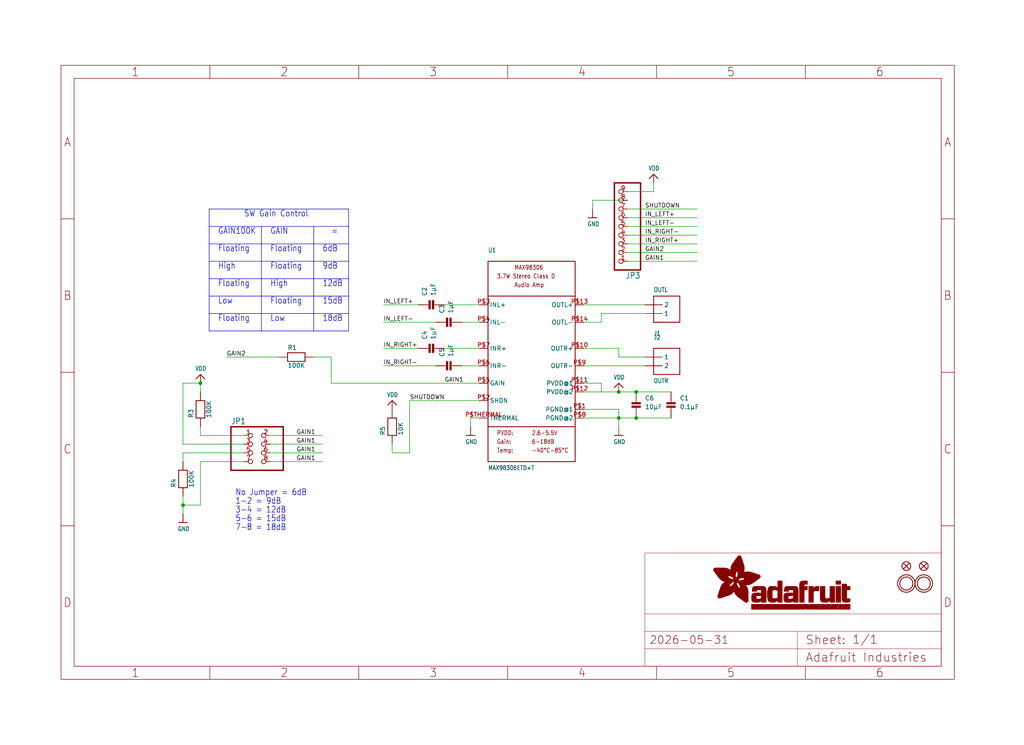
<source format=kicad_sch>
(kicad_sch (version 20230121) (generator eeschema)
  (paper "User" 298.45 217.322)
  (lib_symbols
    (symbol "working-eagle-import:AUDIOAMP_MAX98306"
      (property "Reference" "U" (at -12.7 30.48 0))
      (symbol "AUDIOAMP_MAX98306_1_0"
        (text "-40°C-85°C" (at 0 -27.94 0) (effects (font (size 1.27 1.0795)) (justify left bottom)))
        (text "2.6-5.5V" (at 0 -22.86 0) (effects (font (size 1.27 1.0795)) (justify left bottom)))
        (text "3.7W Stereo Class D" (at -10.16 22.86 0) (effects (font (size 1.27 1.0795)) (justify left bottom)))
        (text "6-18dB" (at 0 -25.4 0) (effects (font (size 1.27 1.0795)) (justify left bottom)))
        (text "Audio Amp" (at -5.08 20.32 0) (effects (font (size 1.27 1.0795)) (justify left bottom)))
        (text "Gain:" (at -10.16 -25.4 0) (effects (font (size 1.27 1.0795)) (justify left bottom)))
        (text "MAX98306" (at -5.08 25.4 0) (effects (font (size 1.27 1.0795)) (justify left bottom)))
        (text "PVDD:" (at -10.16 -22.86 0) (effects (font (size 1.27 1.0795)) (justify left bottom)))
        (text "Temp:" (at -10.16 -27.94 0) (effects (font (size 1.27 1.0795)) (justify left bottom)))
        (pin power_in line (at 15.24 -15.24 180) (length 2.54) (name "PGND@1") (number "P$1"))
        (pin output line (at 15.24 2.54 180) (length 2.54) (name "OUTR+") (number "P$10"))
        (pin power_in line (at 15.24 -7.62 180) (length 2.54) (name "PVDD@1") (number "P$11"))
        (pin power_in line (at 15.24 -10.16 180) (length 2.54) (name "PVDD@2") (number "P$12"))
        (pin output line (at 15.24 15.24 180) (length 2.54) (name "OUTL+") (number "P$13"))
        (pin output line (at 15.24 10.16 180) (length 2.54) (name "OUTL-") (number "P$14"))
        (pin input line (at -15.24 -12.7 0) (length 2.54) (name "SHDN") (number "P$2"))
        (pin input line (at -15.24 15.24 0) (length 2.54) (name "INL+") (number "P$3"))
        (pin input line (at -15.24 10.16 0) (length 2.54) (name "INL-") (number "P$4"))
        (pin input line (at -15.24 -7.62 0) (length 2.54) (name "GAIN") (number "P$5"))
        (pin input line (at -15.24 -2.54 0) (length 2.54) (name "INR-") (number "P$6"))
        (pin input line (at -15.24 2.54 0) (length 2.54) (name "INR+") (number "P$7"))
        (pin power_in line (at 15.24 -17.78 180) (length 2.54) (name "PGND@2") (number "P$8"))
        (pin output line (at 15.24 -2.54 180) (length 2.54) (name "OUTR-") (number "P$9"))
        (pin power_in line (at -15.24 -17.78 0) (length 2.54) (name "THERMAL") (number "P$THERMAL"))
      )
    )
    (symbol "working-eagle-import:CAP_CERAMIC0805"
      (property "Reference" "C" (at 2.54 2.54 0))
      (symbol "CAP_CERAMIC0805_1_0"
        (pin passive line (at 0 5.08 270) (length 2.54) (name "P$1") (number "1"))
        (pin passive line (at 0 -2.54 90) (length 2.54) (name "P$2") (number "2"))
      )
    )
    (symbol "working-eagle-import:FIDUCIAL{dblquote}{dblquote}")
    (symbol "working-eagle-import:FRAME_A4_ADAFRUIT"
      (symbol "FRAME_A4_ADAFRUIT_1_0"
        (text "${#}/${##}" (at 230.505 10.16 0) (effects (font (size 2.54 2.54)) (justify left bottom)))
        (text "${CURRENT_DATE}" (at 171.45 10.16 0) (effects (font (size 2.286 2.286)) (justify left bottom)))
        (text "${PROJECTNAME}" (at 171.45 15.24 0) (effects (font (size 2.54 2.54)) (justify left bottom)))
        (text "1" (at 21.6958 1.905 0) (effects (font (size 2.54 2.286))))
        (text "1" (at 21.6958 177.165 0) (effects (font (size 2.54 2.286))))
        (text "2" (at 65.0875 1.905 0) (effects (font (size 2.54 2.286))))
        (text "2" (at 65.0875 177.165 0) (effects (font (size 2.54 2.286))))
        (text "3" (at 108.4792 1.905 0) (effects (font (size 2.54 2.286))))
        (text "3" (at 108.4792 177.165 0) (effects (font (size 2.54 2.286))))
        (text "4" (at 151.8708 1.905 0) (effects (font (size 2.54 2.286))))
        (text "4" (at 151.8708 177.165 0) (effects (font (size 2.54 2.286))))
        (text "5" (at 195.2625 1.905 0) (effects (font (size 2.54 2.286))))
        (text "5" (at 195.2625 177.165 0) (effects (font (size 2.54 2.286))))
        (text "6" (at 238.6542 1.905 0) (effects (font (size 2.54 2.286))))
        (text "6" (at 238.6542 177.165 0) (effects (font (size 2.54 2.286))))
        (text "A" (at 1.905 156.6863 0) (effects (font (size 2.54 2.286))))
        (text "A" (at 258.445 156.6863 0) (effects (font (size 2.54 2.286))))
        (text "Adafruit Industries" (at 216.916 4.953 0) (effects (font (size 2.54 2.54)) (justify left bottom)))
        (text "B" (at 1.905 111.9188 0) (effects (font (size 2.54 2.286))))
        (text "B" (at 258.445 111.9188 0) (effects (font (size 2.54 2.286))))
        (text "C" (at 1.905 67.1513 0) (effects (font (size 2.54 2.286))))
        (text "C" (at 258.445 67.1513 0) (effects (font (size 2.54 2.286))))
        (text "D" (at 1.905 22.3838 0) (effects (font (size 2.54 2.286))))
        (text "D" (at 258.445 22.3838 0) (effects (font (size 2.54 2.286))))
        (text "Sheet:" (at 216.916 10.033 0) (effects (font (size 2.54 2.54)) (justify left bottom)))
      )
    )
    (symbol "working-eagle-import:GND" (power)
      (property "Value" "GND" (at -1.524 -2.54 0))
      (symbol "GND_1_0"
        (pin power_in line (at 0 2.54 270) (length 2.54) (name "GND") (number "1"))
      )
    )
    (symbol "working-eagle-import:HEADER-1X970MIL"
      (property "Reference" "JP" (at -6.35 13.335 0))
      (symbol "HEADER-1X970MIL_1_0"
        (pin passive inverted (at -2.54 10.16 0) (length 2.54) (name "1") (number "1"))
        (pin passive inverted (at -2.54 7.62 0) (length 2.54) (name "2") (number "2"))
        (pin passive inverted (at -2.54 5.08 0) (length 2.54) (name "3") (number "3"))
        (pin passive inverted (at -2.54 2.54 0) (length 2.54) (name "4") (number "4"))
        (pin passive inverted (at -2.54 0 0) (length 2.54) (name "5") (number "5"))
        (pin passive inverted (at -2.54 -2.54 0) (length 2.54) (name "6") (number "6"))
        (pin passive inverted (at -2.54 -5.08 0) (length 2.54) (name "7") (number "7"))
        (pin passive inverted (at -2.54 -7.62 0) (length 2.54) (name "8") (number "8"))
        (pin passive inverted (at -2.54 -10.16 0) (length 2.54) (name "9") (number "9"))
      )
    )
    (symbol "working-eagle-import:MOUNTINGHOLE2.5")
    (symbol "working-eagle-import:PINHD-2X4"
      (property "Reference" "JP" (at -6.35 8.255 0))
      (symbol "PINHD-2X4_1_0"
        (pin passive inverted (at -2.54 5.08 0) (length 2.54) (name "1") (number "1"))
        (pin passive inverted (at 5.08 5.08 180) (length 2.54) (name "2") (number "2"))
        (pin passive inverted (at -2.54 2.54 0) (length 2.54) (name "3") (number "3"))
        (pin passive inverted (at 5.08 2.54 180) (length 2.54) (name "4") (number "4"))
        (pin passive inverted (at -2.54 0 0) (length 2.54) (name "5") (number "5"))
        (pin passive inverted (at 5.08 0 180) (length 2.54) (name "6") (number "6"))
        (pin passive inverted (at -2.54 -2.54 0) (length 2.54) (name "7") (number "7"))
        (pin passive inverted (at 5.08 -2.54 180) (length 2.54) (name "8") (number "8"))
      )
    )
    (symbol "working-eagle-import:RESISTOR0805"
      (property "Reference" "R" (at -2.54 2.032 0))
      (symbol "RESISTOR0805_1_0"
        (pin passive line (at -5.08 0 0) (length 2.54) (name "1") (number "1"))
        (pin passive line (at 5.08 0 180) (length 2.54) (name "2") (number "2"))
      )
    )
    (symbol "working-eagle-import:TERMBLOCK_1X2"
      (property "Reference" "J" (at -2.54 7.62 0))
      (symbol "TERMBLOCK_1X2_1_0"
        (pin passive line (at -5.08 2.54 0) (length 5.08) (name "1") (number "1"))
        (pin passive line (at -5.08 0 0) (length 5.08) (name "2") (number "2"))
      )
    )
    (symbol "working-eagle-import:VDD" (power)
      (property "Value" "VDD" (at -1.524 1.016 0))
      (symbol "VDD_1_0"
        (pin power_in line (at 0 -2.54 90) (length 2.54) (name "VDD") (number "1"))
      )
    )
  )
  (junction (at 180.34 114.3))
  (junction (at 53.34 147.32))
  (junction (at 185.42 121.92))
  (junction (at 180.34 121.92))
  (junction (at 58.42 111.76))
  (junction (at 185.42 114.3))
  (wire (pts (xy 172.72 58.42) (xy 172.72 60.96)) (stroke (width 0.1524)))
  (wire (pts (xy 180.34 114.3) (xy 185.42 114.3)) (stroke (width 0.1524)))
  (wire (pts (xy 71.12 132.08) (xy 53.34 132.08)) (stroke (width 0.1524)))
  (polyline (pts (xy 60.96 91.44) (xy 101.6 91.44)) (stroke (width 0.1524) (type solid)))
  (polyline (pts (xy 60.96 96.52) (xy 60.96 91.44)) (stroke (width 0.1524) (type solid)))
  (wire (pts (xy 78.74 129.54) (xy 93.98 129.54)) (stroke (width 0.1524)))
  (wire (pts (xy 78.74 134.62) (xy 93.98 134.62)) (stroke (width 0.1524)))
  (polyline (pts (xy 60.96 66.04) (xy 76.2 66.04)) (stroke (width 0.1524) (type solid)))
  (wire (pts (xy 121.92 101.6) (xy 111.76 101.6)) (stroke (width 0.1524)))
  (wire (pts (xy 139.7 88.9) (xy 129.54 88.9)) (stroke (width 0.1524)))
  (wire (pts (xy 139.7 121.92) (xy 137.16 121.92)) (stroke (width 0.1524)))
  (wire (pts (xy 180.34 101.6) (xy 180.34 104.14)) (stroke (width 0.1524)))
  (wire (pts (xy 139.7 116.84) (xy 119.38 116.84)) (stroke (width 0.1524)))
  (polyline (pts (xy 91.44 96.52) (xy 76.2 96.52)) (stroke (width 0.1524) (type solid)))
  (wire (pts (xy 170.18 88.9) (xy 187.96 88.9)) (stroke (width 0.1524)))
  (wire (pts (xy 96.52 111.76) (xy 96.52 104.14)) (stroke (width 0.1524)))
  (polyline (pts (xy 60.96 60.96) (xy 101.6 60.96)) (stroke (width 0.1524) (type solid)))
  (wire (pts (xy 139.7 111.76) (xy 96.52 111.76)) (stroke (width 0.1524)))
  (wire (pts (xy 78.74 127) (xy 93.98 127)) (stroke (width 0.1524)))
  (wire (pts (xy 114.3 132.08) (xy 114.3 129.54)) (stroke (width 0.1524)))
  (wire (pts (xy 182.88 60.96) (xy 203.2 60.96)) (stroke (width 0.1524)))
  (wire (pts (xy 127 93.98) (xy 111.76 93.98)) (stroke (width 0.1524)))
  (wire (pts (xy 170.18 114.3) (xy 180.34 114.3)) (stroke (width 0.1524)))
  (wire (pts (xy 182.88 71.12) (xy 203.2 71.12)) (stroke (width 0.1524)))
  (wire (pts (xy 182.88 73.66) (xy 203.2 73.66)) (stroke (width 0.1524)))
  (polyline (pts (xy 60.96 81.28) (xy 60.96 76.2)) (stroke (width 0.1524) (type solid)))
  (polyline (pts (xy 101.6 91.44) (xy 101.6 96.52)) (stroke (width 0.1524) (type solid)))
  (wire (pts (xy 182.88 76.2) (xy 203.2 76.2)) (stroke (width 0.1524)))
  (wire (pts (xy 81.28 104.14) (xy 66.04 104.14)) (stroke (width 0.1524)))
  (wire (pts (xy 139.7 101.6) (xy 129.54 101.6)) (stroke (width 0.1524)))
  (polyline (pts (xy 60.96 76.2) (xy 101.6 76.2)) (stroke (width 0.1524) (type solid)))
  (polyline (pts (xy 76.2 66.04) (xy 91.44 66.04)) (stroke (width 0.1524) (type solid)))
  (wire (pts (xy 170.18 121.92) (xy 180.34 121.92)) (stroke (width 0.1524)))
  (polyline (pts (xy 76.2 71.12) (xy 91.44 71.12)) (stroke (width 0.1524) (type solid)))
  (wire (pts (xy 170.18 111.76) (xy 175.26 111.76)) (stroke (width 0.1524)))
  (wire (pts (xy 53.34 129.54) (xy 53.34 111.76)) (stroke (width 0.1524)))
  (wire (pts (xy 127 106.68) (xy 111.76 106.68)) (stroke (width 0.1524)))
  (polyline (pts (xy 101.6 81.28) (xy 101.6 86.36)) (stroke (width 0.1524) (type solid)))
  (polyline (pts (xy 91.44 71.12) (xy 91.44 66.04)) (stroke (width 0.1524) (type solid)))
  (wire (pts (xy 53.34 132.08) (xy 53.34 134.62)) (stroke (width 0.1524)))
  (wire (pts (xy 180.34 121.92) (xy 180.34 124.46)) (stroke (width 0.1524)))
  (polyline (pts (xy 60.96 86.36) (xy 101.6 86.36)) (stroke (width 0.1524) (type solid)))
  (wire (pts (xy 170.18 119.38) (xy 180.34 119.38)) (stroke (width 0.1524)))
  (wire (pts (xy 195.58 121.92) (xy 185.42 121.92)) (stroke (width 0.1524)))
  (polyline (pts (xy 76.2 96.52) (xy 76.2 71.12)) (stroke (width 0.1524) (type solid)))
  (polyline (pts (xy 60.96 91.44) (xy 60.96 86.36)) (stroke (width 0.1524) (type solid)))
  (wire (pts (xy 170.18 101.6) (xy 180.34 101.6)) (stroke (width 0.1524)))
  (wire (pts (xy 139.7 93.98) (xy 134.62 93.98)) (stroke (width 0.1524)))
  (polyline (pts (xy 101.6 66.04) (xy 101.6 71.12)) (stroke (width 0.1524) (type solid)))
  (wire (pts (xy 180.34 119.38) (xy 180.34 121.92)) (stroke (width 0.1524)))
  (wire (pts (xy 180.34 104.14) (xy 187.96 104.14)) (stroke (width 0.1524)))
  (polyline (pts (xy 60.96 86.36) (xy 60.96 81.28)) (stroke (width 0.1524) (type solid)))
  (wire (pts (xy 175.26 91.44) (xy 187.96 91.44)) (stroke (width 0.1524)))
  (wire (pts (xy 137.16 121.92) (xy 137.16 124.46)) (stroke (width 0.1524)))
  (wire (pts (xy 185.42 121.92) (xy 180.34 121.92)) (stroke (width 0.1524)))
  (wire (pts (xy 96.52 104.14) (xy 91.44 104.14)) (stroke (width 0.1524)))
  (wire (pts (xy 58.42 134.62) (xy 58.42 147.32)) (stroke (width 0.1524)))
  (polyline (pts (xy 60.96 71.12) (xy 60.96 66.04)) (stroke (width 0.1524) (type solid)))
  (wire (pts (xy 78.74 132.08) (xy 93.98 132.08)) (stroke (width 0.1524)))
  (polyline (pts (xy 60.96 71.12) (xy 76.2 71.12)) (stroke (width 0.1524) (type solid)))
  (wire (pts (xy 119.38 132.08) (xy 114.3 132.08)) (stroke (width 0.1524)))
  (wire (pts (xy 53.34 147.32) (xy 53.34 149.86)) (stroke (width 0.1524)))
  (polyline (pts (xy 101.6 60.96) (xy 101.6 66.04)) (stroke (width 0.1524) (type solid)))
  (wire (pts (xy 58.42 147.32) (xy 53.34 147.32)) (stroke (width 0.1524)))
  (wire (pts (xy 175.26 111.76) (xy 175.26 114.3)) (stroke (width 0.1524)))
  (wire (pts (xy 71.12 129.54) (xy 53.34 129.54)) (stroke (width 0.1524)))
  (wire (pts (xy 182.88 63.5) (xy 203.2 63.5)) (stroke (width 0.1524)))
  (polyline (pts (xy 76.2 71.12) (xy 76.2 66.04)) (stroke (width 0.1524) (type solid)))
  (polyline (pts (xy 60.96 76.2) (xy 60.96 71.12)) (stroke (width 0.1524) (type solid)))
  (polyline (pts (xy 101.6 71.12) (xy 101.6 76.2)) (stroke (width 0.1524) (type solid)))
  (wire (pts (xy 139.7 106.68) (xy 134.62 106.68)) (stroke (width 0.1524)))
  (wire (pts (xy 182.88 66.04) (xy 203.2 66.04)) (stroke (width 0.1524)))
  (polyline (pts (xy 91.44 71.12) (xy 101.6 71.12)) (stroke (width 0.1524) (type solid)))
  (wire (pts (xy 119.38 116.84) (xy 119.38 132.08)) (stroke (width 0.1524)))
  (wire (pts (xy 121.92 88.9) (xy 111.76 88.9)) (stroke (width 0.1524)))
  (polyline (pts (xy 101.6 76.2) (xy 101.6 81.28)) (stroke (width 0.1524) (type solid)))
  (wire (pts (xy 53.34 144.78) (xy 53.34 147.32)) (stroke (width 0.1524)))
  (polyline (pts (xy 60.96 66.04) (xy 60.96 60.96)) (stroke (width 0.1524) (type solid)))
  (polyline (pts (xy 101.6 96.52) (xy 91.44 96.52)) (stroke (width 0.1524) (type solid)))
  (wire (pts (xy 58.42 127) (xy 58.42 124.46)) (stroke (width 0.1524)))
  (wire (pts (xy 53.34 111.76) (xy 58.42 111.76)) (stroke (width 0.1524)))
  (polyline (pts (xy 91.44 66.04) (xy 101.6 66.04)) (stroke (width 0.1524) (type solid)))
  (wire (pts (xy 71.12 127) (xy 58.42 127)) (stroke (width 0.1524)))
  (wire (pts (xy 185.42 114.3) (xy 195.58 114.3)) (stroke (width 0.1524)))
  (wire (pts (xy 190.5 55.88) (xy 190.5 53.34)) (stroke (width 0.1524)))
  (wire (pts (xy 58.42 114.3) (xy 58.42 111.76)) (stroke (width 0.1524)))
  (wire (pts (xy 71.12 134.62) (xy 58.42 134.62)) (stroke (width 0.1524)))
  (wire (pts (xy 170.18 93.98) (xy 175.26 93.98)) (stroke (width 0.1524)))
  (polyline (pts (xy 101.6 86.36) (xy 101.6 91.44)) (stroke (width 0.1524) (type solid)))
  (polyline (pts (xy 60.96 81.28) (xy 101.6 81.28)) (stroke (width 0.1524) (type solid)))
  (wire (pts (xy 182.88 58.42) (xy 172.72 58.42)) (stroke (width 0.1524)))
  (polyline (pts (xy 76.2 96.52) (xy 60.96 96.52)) (stroke (width 0.1524) (type solid)))
  (wire (pts (xy 170.18 106.68) (xy 187.96 106.68)) (stroke (width 0.1524)))
  (wire (pts (xy 182.88 68.58) (xy 203.2 68.58)) (stroke (width 0.1524)))
  (wire (pts (xy 175.26 93.98) (xy 175.26 91.44)) (stroke (width 0.1524)))
  (polyline (pts (xy 91.44 71.12) (xy 91.44 96.52)) (stroke (width 0.1524) (type solid)))
  (wire (pts (xy 182.88 55.88) (xy 190.5 55.88)) (stroke (width 0.1524)))
  (text "1-2 = 9dB" (at 68.58 147.32 0) (effects (font (size 1.778 1.5113)) (justify left bottom)))
  (text "15dB" (at 93.98 88.9 0) (effects (font (size 1.778 1.5113)) (justify left bottom)))
  (text "Floating" (at 63.5 83.82 0) (effects (font (size 1.778 1.5113)) (justify left bottom)))
  (text "Low" (at 63.5 88.9 0) (effects (font (size 1.778 1.5113)) (justify left bottom)))
  (text "=" (at 96.52 68.58 0) (effects (font (size 1.778 1.5113)) (justify left bottom)))
  (text "Floating" (at 78.74 88.9 0) (effects (font (size 1.778 1.5113)) (justify left bottom)))
  (text "Floating" (at 63.5 73.66 0) (effects (font (size 1.778 1.5113)) (justify left bottom)))
  (text "Floating" (at 63.5 93.98 0) (effects (font (size 1.778 1.5113)) (justify left bottom)))
  (text "Floating" (at 78.74 78.74 0) (effects (font (size 1.778 1.5113)) (justify left bottom)))
  (text "Low" (at 78.74 93.98 0) (effects (font (size 1.778 1.5113)) (justify left bottom)))
  (text "9dB" (at 93.98 78.74 0) (effects (font (size 1.778 1.5113)) (justify left bottom)))
  (text "3-4 = 12dB" (at 68.58 149.86 0) (effects (font (size 1.778 1.5113)) (justify left bottom)))
  (text "7-8 = 18dB" (at 68.58 154.94 0) (effects (font (size 1.778 1.5113)) (justify left bottom)))
  (text "12dB" (at 93.98 83.82 0) (effects (font (size 1.778 1.5113)) (justify left bottom)))
  (text "Floating" (at 78.74 73.66 0) (effects (font (size 1.778 1.5113)) (justify left bottom)))
  (text "GAIN" (at 78.74 68.58 0) (effects (font (size 1.778 1.5113)) (justify left bottom)))
  (text "High" (at 63.5 78.74 0) (effects (font (size 1.778 1.5113)) (justify left bottom)))
  (text "5-6 = 15dB" (at 68.58 152.4 0) (effects (font (size 1.778 1.5113)) (justify left bottom)))
  (text "18dB" (at 93.98 93.98 0) (effects (font (size 1.778 1.5113)) (justify left bottom)))
  (text "High" (at 78.74 83.82 0) (effects (font (size 1.778 1.5113)) (justify left bottom)))
  (text "GAIN100K" (at 63.5 68.58 0) (effects (font (size 1.778 1.5113)) (justify left bottom)))
  (text "6dB" (at 93.98 73.66 0) (effects (font (size 1.778 1.5113)) (justify left bottom)))
  (text "No Jumper = 6dB" (at 68.58 144.78 0) (effects (font (size 1.778 1.5113)) (justify left bottom)))
  (text "SW Gain Control" (at 71.12 63.5 0) (effects (font (size 1.778 1.5113)) (justify left bottom)))
  (label "IN_LEFT+" (at 111.76 88.9 0) (effects (font (size 1.2446 1.2446))))
  (label "IN_RIGHT+" (at 111.76 101.6 0) (effects (font (size 1.2446 1.2446))))
  (label "GAIN1" (at 86.36 132.08 0) (effects (font (size 1.2446 1.2446))))
  (label "IN_RIGHT+" (at 187.96 71.12 0) (effects (font (size 1.2446 1.2446))))
  (label "GAIN1" (at 187.96 76.2 0) (effects (font (size 1.2446 1.2446))))
  (label "IN_LEFT+" (at 187.96 63.5 0) (effects (font (size 1.2446 1.2446))))
  (label "IN_LEFT-" (at 111.76 93.98 0) (effects (font (size 1.2446 1.2446))))
  (label "IN_LEFT-" (at 187.96 66.04 0) (effects (font (size 1.2446 1.2446))))
  (label "GAIN1" (at 129.54 111.76 0) (effects (font (size 1.2446 1.2446))))
  (label "SHUTDOWN" (at 187.96 60.96 0) (effects (font (size 1.2446 1.2446))))
  (label "GAIN1" (at 86.36 129.54 0) (effects (font (size 1.2446 1.2446))))
  (label "IN_RIGHT-" (at 187.96 68.58 0) (effects (font (size 1.2446 1.2446))))
  (label "GAIN1" (at 86.36 127 0) (effects (font (size 1.2446 1.2446))))
  (label "GAIN2" (at 66.04 104.14 0) (effects (font (size 1.2446 1.2446))))
  (label "GAIN2" (at 187.96 73.66 0) (effects (font (size 1.2446 1.2446))))
  (label "IN_RIGHT-" (at 111.76 106.68 0) (effects (font (size 1.2446 1.2446))))
  (label "GAIN1" (at 86.36 134.62 0) (effects (font (size 1.2446 1.2446))))
  (label "SHUTDOWN" (at 119.38 116.84 0) (effects (font (size 1.2446 1.2446))))
  (symbol (lib_id "working-eagle-import:CAP_CERAMIC0805") (at 127 88.9 90) (unit 1)
    (property "Reference" "C2" (at 124.46 86.36 0) (effects (justify left bottom)))
    (property "Value" "1µF" (at 127 86.36 0) (effects (justify left bottom)))
    (property "Footprint" "working:0805" (effects hide))
  )
  (symbol (lib_id "working-eagle-import:CAP_CERAMIC0805") (at 127 101.6 90) (unit 1)
    (property "Reference" "C4" (at 124.46 99.06 0) (effects (justify left bottom)))
    (property "Value" "1µF" (at 127 99.06 0) (effects (justify left bottom)))
    (property "Footprint" "working:0805" (effects hide))
  )
  (symbol (lib_id "working-eagle-import:RESISTOR0805") (at 114.3 124.46 90) (unit 1)
    (property "Reference" "R5" (at 112.268 127 0) (effects (justify left bottom)))
    (property "Value" "10K" (at 117.475 127 0) (effects (justify left bottom)))
    (property "Footprint" "working:0805" (effects hide))
  )
  (symbol (lib_id "working-eagle-import:TERMBLOCK_1X2") (at 193.04 106.68 0) (unit 1)
    (property "Reference" "J2" (at 190.5 99.06 0) (effects (font (size 1.27 1.0795)) (justify left bottom)))
    (property "Value" "OUTR" (at 190.5 111.76 0) (effects (font (size 1.27 1.0795)) (justify left bottom)))
    (property "Footprint" "working:TERMBLOCK_1X2-3.5MM" (effects hide))
  )
  (symbol (lib_id "working-eagle-import:MOUNTINGHOLE2.5") (at 269.24 170.18 0) (unit 1)
    (property "Reference" "U$6" (effects hide))
    (property "Value" "MOUNTINGHOLE2.5" (effects hide))
    (property "Footprint" "working:MOUNTINGHOLE_2.5_PLATED" (effects hide))
  )
  (symbol (lib_id "working-eagle-import:TERMBLOCK_1X2") (at 193.04 88.9 0) (mirror x) (unit 1)
    (property "Reference" "J1" (at 190.5 96.52 0) (effects (font (size 1.27 1.0795)) (justify left bottom)))
    (property "Value" "OUTL" (at 190.5 83.82 0) (effects (font (size 1.27 1.0795)) (justify left bottom)))
    (property "Footprint" "working:TERMBLOCK_1X2-3.5MM" (effects hide))
  )
  (symbol (lib_id "working-eagle-import:CAP_CERAMIC0805") (at 132.08 93.98 90) (unit 1)
    (property "Reference" "C3" (at 129.54 91.44 0) (effects (justify left bottom)))
    (property "Value" "1µF" (at 132.08 91.44 0) (effects (justify left bottom)))
    (property "Footprint" "working:0805" (effects hide))
  )
  (symbol (lib_id "working-eagle-import:VDD") (at 114.3 116.84 0) (unit 1)
    (property "Reference" "#U$8" (effects hide))
    (property "Value" "VDD" (at 112.776 115.824 0) (effects (font (size 1.27 1.0795)) (justify left bottom)))
  )
  (symbol (lib_id "working-eagle-import:RESISTOR0805") (at 58.42 119.38 90) (unit 1)
    (property "Reference" "R3" (at 56.388 121.92 0) (effects (justify left bottom)))
    (property "Value" "100K" (at 61.595 121.92 0) (effects (justify left bottom)))
    (property "Footprint" "working:0805" (effects hide))
  )
  (symbol (lib_id "working-eagle-import:PINHD-2X4") (at 73.66 132.08 0) (unit 1)
    (property "Reference" "JP1" (at 67.31 123.825 0) (effects (font (size 1.778 1.5113)) (justify left bottom)))
    (property "Value" "PINHD-2X4" (effects hide))
    (property "Footprint" "working:2X04" (effects hide))
  )
  (symbol (lib_id "working-eagle-import:RESISTOR0805") (at 53.34 139.7 90) (unit 1)
    (property "Reference" "R4" (at 51.308 142.24 0) (effects (justify left bottom)))
    (property "Value" "100K" (at 56.515 142.24 0) (effects (justify left bottom)))
    (property "Footprint" "working:0805" (effects hide))
  )
  (symbol (lib_id "working-eagle-import:VDD") (at 58.42 109.22 0) (unit 1)
    (property "Reference" "#U$4" (effects hide))
    (property "Value" "VDD" (at 56.896 108.204 0) (effects (font (size 1.27 1.0795)) (justify left bottom)))
  )
  (symbol (lib_id "working-eagle-import:GND") (at 53.34 152.4 0) (unit 1)
    (property "Reference" "#U$5" (effects hide))
    (property "Value" "GND" (at 51.816 154.94 0) (effects (font (size 1.27 1.0795)) (justify left bottom)))
  )
  (symbol (lib_id "working-eagle-import:RESISTOR0805") (at 86.36 104.14 0) (unit 1)
    (property "Reference" "R1" (at 83.82 102.108 0) (effects (justify left bottom)))
    (property "Value" "100K" (at 83.82 107.315 0) (effects (justify left bottom)))
    (property "Footprint" "working:0805" (effects hide))
  )
  (symbol (lib_id "working-eagle-import:AUDIOAMP_MAX98306") (at 154.94 104.14 0) (unit 1)
    (property "Reference" "U1" (at 142.24 73.66 0) (effects (font (size 1.27 1.0795)) (justify left bottom)))
    (property "Value" "MAX98306ETD+T" (at 142.24 137.16 0) (effects (font (size 1.27 1.0795)) (justify left bottom)))
    (property "Footprint" "working:TDFN14_3X3MM" (effects hide))
  )
  (symbol (lib_id "working-eagle-import:VDD") (at 190.5 50.8 0) (unit 1)
    (property "Reference" "#U$11" (effects hide))
    (property "Value" "VDD" (at 188.976 49.784 0) (effects (font (size 1.27 1.0795)) (justify left bottom)))
  )
  (symbol (lib_id "working-eagle-import:HEADER-1X970MIL") (at 180.34 66.04 180) (unit 1)
    (property "Reference" "JP3" (at 186.69 79.375 0) (effects (font (size 1.778 1.5113)) (justify left bottom)))
    (property "Value" "HEADER-1X970MIL" (effects hide))
    (property "Footprint" "working:1X09_ROUND_70" (effects hide))
  )
  (symbol (lib_id "working-eagle-import:FIDUCIAL{dblquote}{dblquote}") (at 264.16 165.1 0) (unit 1)
    (property "Reference" "FID2" (effects hide))
    (property "Value" "FIDUCIAL{dblquote}{dblquote}" (effects hide))
    (property "Footprint" "working:FIDUCIAL_1MM" (effects hide))
  )
  (symbol (lib_id "working-eagle-import:CAP_CERAMIC0805") (at 185.42 119.38 0) (unit 1)
    (property "Reference" "C6" (at 187.96 116.84 0) (effects (justify left bottom)))
    (property "Value" "10µF" (at 187.96 119.38 0) (effects (justify left bottom)))
    (property "Footprint" "working:0805" (effects hide))
  )
  (symbol (lib_id "working-eagle-import:VDD") (at 180.34 111.76 0) (unit 1)
    (property "Reference" "#U$2" (effects hide))
    (property "Value" "VDD" (at 178.816 110.744 0) (effects (font (size 1.27 1.0795)) (justify left bottom)))
  )
  (symbol (lib_id "working-eagle-import:MOUNTINGHOLE2.5") (at 264.16 170.18 0) (unit 1)
    (property "Reference" "U$7" (effects hide))
    (property "Value" "MOUNTINGHOLE2.5" (effects hide))
    (property "Footprint" "working:MOUNTINGHOLE_2.5_PLATED" (effects hide))
  )
  (symbol (lib_id "working-eagle-import:FIDUCIAL{dblquote}{dblquote}") (at 269.24 165.1 0) (unit 1)
    (property "Reference" "FID1" (effects hide))
    (property "Value" "FIDUCIAL{dblquote}{dblquote}" (effects hide))
    (property "Footprint" "working:FIDUCIAL_1MM" (effects hide))
  )
  (symbol (lib_id "working-eagle-import:GND") (at 137.16 127 0) (unit 1)
    (property "Reference" "#U$9" (effects hide))
    (property "Value" "GND" (at 135.636 129.54 0) (effects (font (size 1.27 1.0795)) (justify left bottom)))
  )
  (symbol (lib_id "working-eagle-import:GND") (at 180.34 127 0) (unit 1)
    (property "Reference" "#U$3" (effects hide))
    (property "Value" "GND" (at 178.816 129.54 0) (effects (font (size 1.27 1.0795)) (justify left bottom)))
  )
  (symbol (lib_id "working-eagle-import:CAP_CERAMIC0805") (at 132.08 106.68 90) (unit 1)
    (property "Reference" "C5" (at 129.54 104.14 0) (effects (justify left bottom)))
    (property "Value" "1µF" (at 132.08 104.14 0) (effects (justify left bottom)))
    (property "Footprint" "working:0805" (effects hide))
  )
  (symbol (lib_id "working-eagle-import:GND") (at 172.72 63.5 0) (unit 1)
    (property "Reference" "#U$12" (effects hide))
    (property "Value" "GND" (at 171.196 66.04 0) (effects (font (size 1.27 1.0795)) (justify left bottom)))
  )
  (symbol (lib_id "working-eagle-import:CAP_CERAMIC0805") (at 195.58 119.38 0) (unit 1)
    (property "Reference" "C1" (at 198.12 116.84 0) (effects (justify left bottom)))
    (property "Value" "0.1µF" (at 198.12 119.38 0) (effects (justify left bottom)))
    (property "Footprint" "working:0805" (effects hide))
  )
  (symbol (lib_id "working-eagle-import:FRAME_A4_ADAFRUIT") (at 17.78 198.12 0) (unit 1)
    (property "Reference" "#U$1" (effects hide))
    (property "Value" "FRAME_A4_ADAFRUIT" (effects hide))
  )
)
</source>
